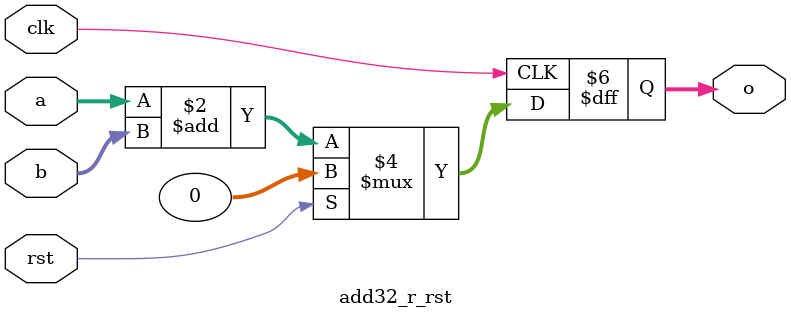
<source format=v>
module add32_r_rst(
    input [31:0] a,
    input [31:0] b,
    input clk,
    input rst,
    output reg [31:0] o
);

always @ (posedge clk) begin
    if (rst)
        o <= 1'b0;
    else 
        o <= a + b;
end

endmodule
</source>
